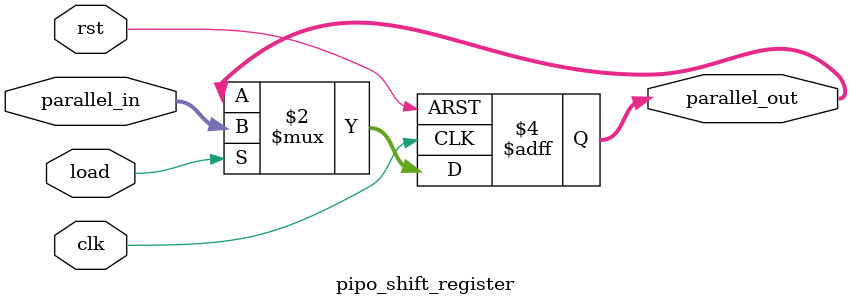
<source format=v>
module pipo_shift_register(
    input clk,
    input rst,
    input load,
    input [3:0] parallel_in,
    output reg [3:0] parallel_out
);
    always @(posedge clk or posedge rst) begin
        if (rst)
            parallel_out <= 4'b0000;
        else if (load)
            parallel_out <= parallel_in;
    end
endmodule

</source>
